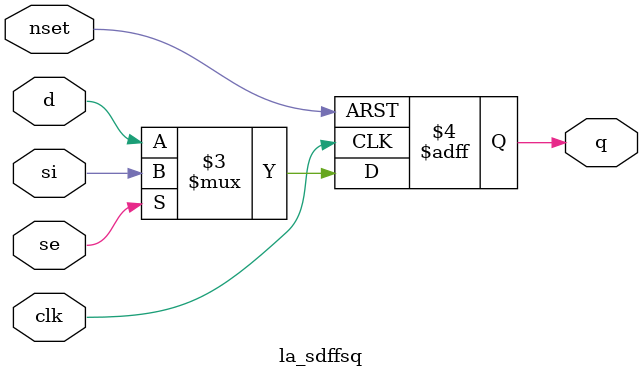
<source format=v>


module la_sdffsq #(
    parameter PROP = "DEFAULT"
) (
    input      d,
    input      si,
    input      se,
    input      clk,
    input      nset,
    output reg q
);

    always @(posedge clk or negedge nset)
        if (!nset) q <= 1'b1;
        else q <= se ? si : d;

endmodule

</source>
